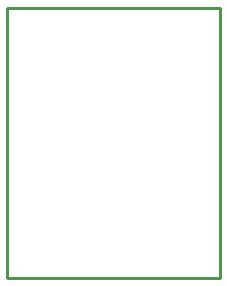
<source format=gko>
G04 Layer: BoardOutline*
G04 EasyEDA v6.2.44, 2019-09-24T20:15:28+02:00*
G04 525ee883efe64d3eb70f5621e6c7a3e3,c85b667672964722a5a42a972ddb0a92,10*
G04 Gerber Generator version 0.2*
G04 Scale: 100 percent, Rotated: No, Reflected: No *
G04 Dimensions in millimeters *
G04 leading zeros omitted , absolute positions ,3 integer and 3 decimal *
%FSLAX33Y33*%
%MOMM*%
G90*
G71D02*

%ADD10C,0.254000*%
G54D10*
G01X0Y22860D02*
G01X18034Y22860D01*
G01X18034Y0D01*
G01X0Y0D01*
G01X0Y22860D01*

%LPD*%
M00*
M02*

</source>
